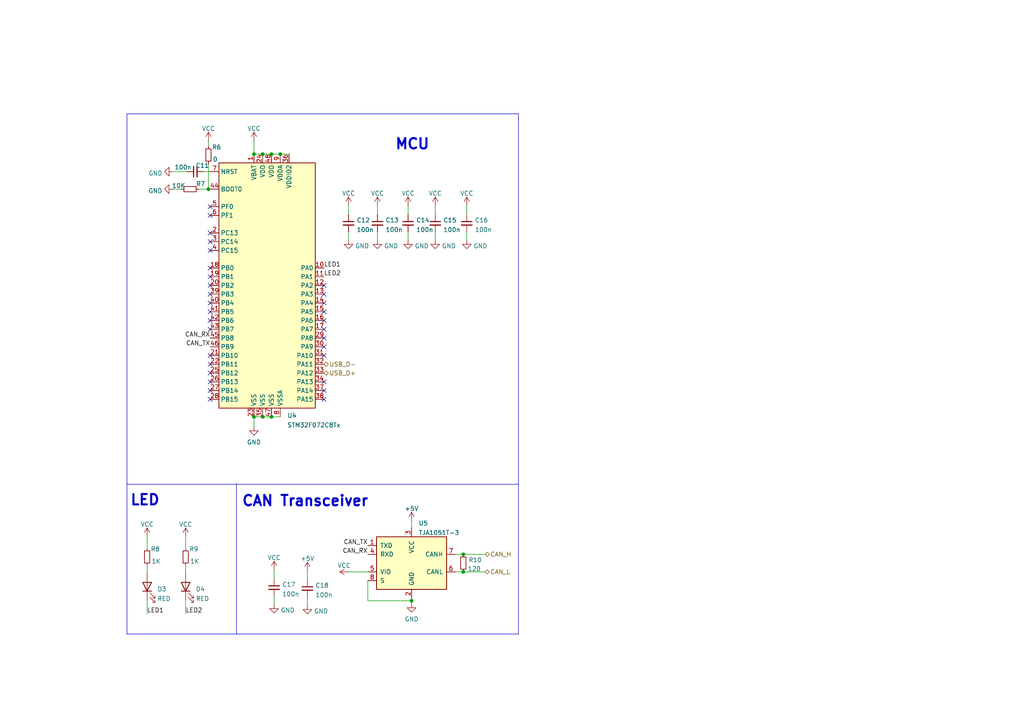
<source format=kicad_sch>
(kicad_sch (version 20230121) (generator eeschema)
  (paper "A4")
  (lib_symbols
    (symbol "Device:C_Small" (pin_numbers hide) (pin_names (offset 0.254) hide)
      (property "Reference" "C" (at 0.254 1.778 0))
      (property "Value" "C_Small" (at 0.254 -2.032 0))
      (symbol "C_Small_0_1"
        (polyline (pts (xy -1.524 -0.508) (xy 1.524 -0.508)) (stroke (width 0.3302)))
        (polyline (pts (xy -1.524 0.508) (xy 1.524 0.508)) (stroke (width 0.3048)))
      )
      (symbol "C_Small_1_1"
        (pin passive line (at 0 2.54 270) (length 2.032) (name "~") (number "1"))
        (pin passive line (at 0 -2.54 90) (length 2.032) (name "~") (number "2"))
      )
    )
    (symbol "Device:LED" (pin_numbers hide) (pin_names (offset 1.016) hide)
      (property "Reference" "D" (at 0 2.54 0))
      (property "Value" "LED" (at 0 -2.54 0))
      (symbol "LED_0_1"
        (polyline (pts (xy -1.27 -1.27) (xy -1.27 1.27)) (stroke (width 0.254)))
        (polyline (pts (xy -1.27 0) (xy 1.27 0)))
        (polyline (pts (xy 1.27 -1.27) (xy 1.27 1.27) (xy -1.27 0) (xy 1.27 -1.27)) (stroke (width 0.254)))
        (polyline (pts (xy -3.048 -0.762) (xy -4.572 -2.286) (xy -3.81 -2.286) (xy -4.572 -2.286) (xy -4.572 -1.524)))
        (polyline (pts (xy -1.778 -0.762) (xy -3.302 -2.286) (xy -2.54 -2.286) (xy -3.302 -2.286) (xy -3.302 -1.524)))
      )
      (symbol "LED_1_1"
        (pin passive line (at -3.81 0 0) (length 2.54) (name "K") (number "1"))
        (pin passive line (at 3.81 0 180) (length 2.54) (name "A") (number "2"))
      )
    )
    (symbol "Device:R_Small" (pin_numbers hide) (pin_names (offset 0.254) hide)
      (property "Reference" "R" (at 0.762 0.508 0))
      (property "Value" "R_Small" (at 0.762 -1.016 0))
      (symbol "R_Small_0_1"
        (rectangle (start -0.762 1.778) (end 0.762 -1.778) (stroke (width 0.2032)))
      )
      (symbol "R_Small_1_1"
        (pin passive line (at 0 2.54 270) (length 0.762) (name "~") (number "1"))
        (pin passive line (at 0 -2.54 90) (length 0.762) (name "~") (number "2"))
      )
    )
    (symbol "Interface_CAN_LIN:TJA1051T-3" (pin_names (offset 1.016))
      (property "Reference" "U" (at -10.16 8.89 0))
      (property "Value" "TJA1051T-3" (at 1.27 8.89 0))
      (symbol "TJA1051T-3_0_1"
        (rectangle (start -10.16 7.62) (end 10.16 -7.62) (stroke (width 0.254)) (fill (type background)))
      )
      (symbol "TJA1051T-3_1_1"
        (pin input line (at -12.7 5.08 0) (length 2.54) (name "TXD") (number "1"))
        (pin power_in line (at 0 -10.16 90) (length 2.54) (name "GND") (number "2"))
        (pin power_in line (at 0 10.16 270) (length 2.54) (name "VCC") (number "3"))
        (pin output line (at -12.7 2.54 0) (length 2.54) (name "RXD") (number "4"))
        (pin power_in line (at -12.7 -2.54 0) (length 2.54) (name "VIO") (number "5"))
        (pin bidirectional line (at 12.7 -2.54 180) (length 2.54) (name "CANL") (number "6"))
        (pin bidirectional line (at 12.7 2.54 180) (length 2.54) (name "CANH") (number "7"))
        (pin input line (at -12.7 -5.08 0) (length 2.54) (name "S") (number "8"))
      )
    )
    (symbol "MCU_ST_STM32F0:STM32F072C8Tx"
      (property "Reference" "U" (at -15.24 36.83 0))
      (property "Value" "STM32F072C8Tx" (at 7.62 36.83 0))
      (symbol "STM32F072C8Tx_0_1"
        (rectangle (start -15.24 -35.56) (end 12.7 35.56) (stroke (width 0.254)) (fill (type background)))
      )
      (symbol "STM32F072C8Tx_1_1"
        (pin power_in line (at -5.08 38.1 270) (length 2.54) (name "VBAT") (number "1"))
        (pin bidirectional line (at 15.24 5.08 180) (length 2.54) (name "PA0") (number "10"))
        (pin bidirectional line (at 15.24 2.54 180) (length 2.54) (name "PA1") (number "11"))
        (pin bidirectional line (at 15.24 0 180) (length 2.54) (name "PA2") (number "12"))
        (pin bidirectional line (at 15.24 -2.54 180) (length 2.54) (name "PA3") (number "13"))
        (pin bidirectional line (at 15.24 -5.08 180) (length 2.54) (name "PA4") (number "14"))
        (pin bidirectional line (at 15.24 -7.62 180) (length 2.54) (name "PA5") (number "15"))
        (pin bidirectional line (at 15.24 -10.16 180) (length 2.54) (name "PA6") (number "16"))
        (pin bidirectional line (at 15.24 -12.7 180) (length 2.54) (name "PA7") (number "17"))
        (pin bidirectional line (at -17.78 5.08 0) (length 2.54) (name "PB0") (number "18"))
        (pin bidirectional line (at -17.78 2.54 0) (length 2.54) (name "PB1") (number "19"))
        (pin bidirectional line (at -17.78 15.24 0) (length 2.54) (name "PC13") (number "2"))
        (pin bidirectional line (at -17.78 0 0) (length 2.54) (name "PB2") (number "20"))
        (pin bidirectional line (at -17.78 -20.32 0) (length 2.54) (name "PB10") (number "21"))
        (pin bidirectional line (at -17.78 -22.86 0) (length 2.54) (name "PB11") (number "22"))
        (pin power_in line (at -5.08 -38.1 90) (length 2.54) (name "VSS") (number "23"))
        (pin power_in line (at -2.54 38.1 270) (length 2.54) (name "VDD") (number "24"))
        (pin bidirectional line (at -17.78 -25.4 0) (length 2.54) (name "PB12") (number "25"))
        (pin bidirectional line (at -17.78 -27.94 0) (length 2.54) (name "PB13") (number "26"))
        (pin bidirectional line (at -17.78 -30.48 0) (length 2.54) (name "PB14") (number "27"))
        (pin bidirectional line (at -17.78 -33.02 0) (length 2.54) (name "PB15") (number "28"))
        (pin bidirectional line (at 15.24 -15.24 180) (length 2.54) (name "PA8") (number "29"))
        (pin bidirectional line (at -17.78 12.7 0) (length 2.54) (name "PC14") (number "3"))
        (pin bidirectional line (at 15.24 -17.78 180) (length 2.54) (name "PA9") (number "30"))
        (pin bidirectional line (at 15.24 -20.32 180) (length 2.54) (name "PA10") (number "31"))
        (pin bidirectional line (at 15.24 -22.86 180) (length 2.54) (name "PA11") (number "32"))
        (pin bidirectional line (at 15.24 -25.4 180) (length 2.54) (name "PA12") (number "33"))
        (pin bidirectional line (at 15.24 -27.94 180) (length 2.54) (name "PA13") (number "34"))
        (pin power_in line (at -2.54 -38.1 90) (length 2.54) (name "VSS") (number "35"))
        (pin power_in line (at 5.08 38.1 270) (length 2.54) (name "VDDIO2") (number "36"))
        (pin bidirectional line (at 15.24 -30.48 180) (length 2.54) (name "PA14") (number "37"))
        (pin bidirectional line (at 15.24 -33.02 180) (length 2.54) (name "PA15") (number "38"))
        (pin bidirectional line (at -17.78 -2.54 0) (length 2.54) (name "PB3") (number "39"))
        (pin bidirectional line (at -17.78 10.16 0) (length 2.54) (name "PC15") (number "4"))
        (pin bidirectional line (at -17.78 -5.08 0) (length 2.54) (name "PB4") (number "40"))
        (pin bidirectional line (at -17.78 -7.62 0) (length 2.54) (name "PB5") (number "41"))
        (pin bidirectional line (at -17.78 -10.16 0) (length 2.54) (name "PB6") (number "42"))
        (pin bidirectional line (at -17.78 -12.7 0) (length 2.54) (name "PB7") (number "43"))
        (pin input line (at -17.78 27.94 0) (length 2.54) (name "BOOT0") (number "44"))
        (pin bidirectional line (at -17.78 -15.24 0) (length 2.54) (name "PB8") (number "45"))
        (pin bidirectional line (at -17.78 -17.78 0) (length 2.54) (name "PB9") (number "46"))
        (pin power_in line (at 0 -38.1 90) (length 2.54) (name "VSS") (number "47"))
        (pin power_in line (at 0 38.1 270) (length 2.54) (name "VDD") (number "48"))
        (pin input line (at -17.78 22.86 0) (length 2.54) (name "PF0") (number "5"))
        (pin input line (at -17.78 20.32 0) (length 2.54) (name "PF1") (number "6"))
        (pin input line (at -17.78 33.02 0) (length 2.54) (name "NRST") (number "7"))
        (pin power_in line (at 2.54 -38.1 90) (length 2.54) (name "VSSA") (number "8"))
        (pin power_in line (at 2.54 38.1 270) (length 2.54) (name "VDDA") (number "9"))
      )
    )
    (symbol "power:+5V" (power) (pin_names (offset 0))
      (property "Value" "+5V" (at 0 3.556 0))
      (symbol "+5V_0_1"
        (polyline (pts (xy -0.762 1.27) (xy 0 2.54)))
        (polyline (pts (xy 0 0) (xy 0 2.54)))
        (polyline (pts (xy 0 2.54) (xy 0.762 1.27)))
      )
      (symbol "+5V_1_1"
        (pin power_in line (at 0 0 90) (length 0) hide (name "+5V") (number "1"))
      )
    )
    (symbol "power:GND" (power) (pin_names (offset 0))
      (property "Value" "GND" (at 0 -3.81 0))
      (symbol "GND_0_1"
        (polyline (pts (xy 0 0) (xy 0 -1.27) (xy 1.27 -1.27) (xy 0 -2.54) (xy -1.27 -1.27) (xy 0 -1.27)))
      )
      (symbol "GND_1_1"
        (pin power_in line (at 0 0 270) (length 0) hide (name "GND") (number "1"))
      )
    )
    (symbol "power:VCC" (power) (pin_names (offset 0))
      (property "Value" "VCC" (at 0 3.81 0))
      (symbol "VCC_0_1"
        (polyline (pts (xy -0.762 1.27) (xy 0 2.54)))
        (polyline (pts (xy 0 0) (xy 0 2.54)))
        (polyline (pts (xy 0 2.54) (xy 0.762 1.27)))
      )
      (symbol "VCC_1_1"
        (pin power_in line (at 0 0 90) (length 0) hide (name "VCC") (number "1"))
      )
    )
  )
  (junction (at 73.66 120.904))
  (junction (at 81.28 44.704))
  (junction (at 78.74 120.904))
  (junction (at 76.2 44.704))
  (junction (at 73.66 44.704))
  (junction (at 134.366 160.782))
  (junction (at 119.38 174.244))
  (junction (at 134.366 165.862))
  (junction (at 60.452 54.864))
  (junction (at 78.74 44.704))
  (junction (at 76.2 120.904))
  (no_connect (at 93.98 92.964))
  (no_connect (at 60.96 80.264))
  (no_connect (at 60.96 82.804))
  (no_connect (at 93.98 87.884))
  (no_connect (at 93.98 85.344))
  (no_connect (at 60.96 95.504))
  (no_connect (at 93.98 103.124))
  (no_connect (at 60.96 67.564))
  (no_connect (at 60.96 108.204))
  (no_connect (at 60.96 113.284))
  (no_connect (at 60.96 103.124))
  (no_connect (at 93.98 82.804))
  (no_connect (at 93.98 100.584))
  (no_connect (at 93.98 115.824))
  (no_connect (at 60.96 115.824))
  (no_connect (at 60.96 87.884))
  (no_connect (at 93.98 98.044))
  (no_connect (at 60.96 90.424))
  (no_connect (at 60.96 62.484))
  (no_connect (at 93.98 95.504))
  (no_connect (at 60.96 59.944))
  (no_connect (at 60.96 105.664))
  (no_connect (at 60.96 92.964))
  (no_connect (at 93.98 110.744))
  (no_connect (at 93.98 113.284))
  (no_connect (at 60.96 110.744))
  (no_connect (at 60.96 70.104))
  (no_connect (at 60.96 85.344))
  (no_connect (at 60.96 77.724))
  (no_connect (at 60.96 72.644))
  (no_connect (at 93.98 90.424))
  (wire (pts (xy 126.238 67.31) (xy 126.238 69.596)))
  (wire (pts (xy 76.2 44.704) (xy 78.74 44.704)))
  (wire (pts (xy 118.364 67.31) (xy 118.364 69.596)))
  (wire (pts (xy 109.474 59.69) (xy 109.474 62.23)))
  (polyline (pts (xy 150.368 183.896) (xy 150.368 140.462)))
  (wire (pts (xy 79.502 165.354) (xy 79.502 167.894)))
  (wire (pts (xy 53.848 173.99) (xy 53.848 178.054)))
  (wire (pts (xy 50.292 49.784) (xy 54.102 49.784)))
  (wire (pts (xy 119.38 173.482) (xy 119.38 174.244)))
  (wire (pts (xy 119.38 174.244) (xy 119.38 175.006)))
  (wire (pts (xy 135.382 59.69) (xy 135.382 62.23)))
  (wire (pts (xy 119.38 151.13) (xy 119.38 153.162)))
  (wire (pts (xy 42.672 155.702) (xy 42.672 159.004)))
  (wire (pts (xy 60.452 40.894) (xy 60.452 42.418)))
  (wire (pts (xy 132.08 165.862) (xy 134.366 165.862)))
  (wire (pts (xy 89.154 165.608) (xy 89.154 168.148)))
  (wire (pts (xy 50.292 54.864) (xy 52.578 54.864)))
  (wire (pts (xy 42.672 173.99) (xy 42.672 178.054)))
  (wire (pts (xy 78.74 120.904) (xy 81.28 120.904)))
  (wire (pts (xy 134.366 165.862) (xy 140.716 165.862)))
  (wire (pts (xy 134.366 160.782) (xy 140.716 160.782)))
  (wire (pts (xy 42.672 164.084) (xy 42.672 166.37)))
  (wire (pts (xy 53.848 164.084) (xy 53.848 166.37)))
  (wire (pts (xy 106.68 168.402) (xy 106.68 174.244)))
  (wire (pts (xy 135.382 67.31) (xy 135.382 69.596)))
  (wire (pts (xy 101.092 67.31) (xy 101.092 69.596)))
  (wire (pts (xy 89.154 173.228) (xy 89.154 175.514)))
  (wire (pts (xy 57.658 54.864) (xy 60.452 54.864)))
  (wire (pts (xy 101.092 165.862) (xy 106.68 165.862)))
  (wire (pts (xy 60.452 47.498) (xy 60.452 54.864)))
  (polyline (pts (xy 36.83 33.02) (xy 36.83 140.462)))
  (wire (pts (xy 109.474 67.31) (xy 109.474 69.596)))
  (polyline (pts (xy 68.58 140.208) (xy 68.58 183.896)))
  (wire (pts (xy 59.182 49.784) (xy 60.96 49.784)))
  (wire (pts (xy 79.502 172.974) (xy 79.502 175.26)))
  (wire (pts (xy 81.28 44.704) (xy 83.82 44.704)))
  (polyline (pts (xy 36.83 140.462) (xy 150.368 140.462)))
  (wire (pts (xy 73.66 120.904) (xy 76.2 120.904)))
  (polyline (pts (xy 36.83 33.02) (xy 150.368 33.02)))
  (wire (pts (xy 73.66 44.704) (xy 76.2 44.704)))
  (wire (pts (xy 106.68 174.244) (xy 119.38 174.244)))
  (polyline (pts (xy 150.368 140.462) (xy 150.368 33.02)))
  (wire (pts (xy 118.364 59.69) (xy 118.364 62.23)))
  (wire (pts (xy 73.66 40.894) (xy 73.66 44.704)))
  (wire (pts (xy 132.08 160.782) (xy 134.366 160.782)))
  (polyline (pts (xy 36.83 183.896) (xy 150.368 183.896)))
  (wire (pts (xy 126.238 59.69) (xy 126.238 62.23)))
  (wire (pts (xy 53.848 155.702) (xy 53.848 159.004)))
  (wire (pts (xy 101.092 59.69) (xy 101.092 62.23)))
  (wire (pts (xy 60.452 54.864) (xy 60.96 54.864)))
  (polyline (pts (xy 36.83 140.462) (xy 36.83 183.896)))
  (wire (pts (xy 76.2 120.904) (xy 78.74 120.904)))
  (wire (pts (xy 73.66 120.904) (xy 73.66 123.698)))
  (wire (pts (xy 78.74 44.704) (xy 81.28 44.704)))
  (text "LED" (at 37.592 146.939 0) (effects (font (size 3 3) (thickness 0.6) bold) (justify left bottom)))
  (text "MCU" (at 114.427 43.688 0) (effects (font (size 3 3) (thickness 0.6) bold) (justify left bottom)))
  (text "CAN Transceiver" (at 69.977 147.193 0) (effects (font (size 3 3) (thickness 0.6) bold) (justify left bottom)))
  (label "CAN_TX" (at 60.96 100.584 180))
  (label "CAN_TX" (at 106.68 158.242 180))
  (label "LED1" (at 42.672 178.054 0))
  (label "LED2" (at 93.98 80.264 0))
  (label "LED1" (at 93.98 77.724 0))
  (label "CAN_RX" (at 60.96 98.044 180))
  (label "LED2" (at 53.848 178.054 0))
  (label "CAN_RX" (at 106.68 160.782 180))
  (hierarchical_label "CAN_L" (shape bidirectional) (at 140.716 165.862 0))
  (hierarchical_label "USB_D+" (shape bidirectional) (at 93.98 108.204 0))
  (hierarchical_label "CAN_H" (shape bidirectional) (at 140.716 160.782 0))
  (hierarchical_label "USB_D-" (shape bidirectional) (at 93.98 105.664 0))
  (symbol (lib_id "power:VCC") (at 101.092 59.69 0) (unit 1)
    (property "Reference" "#PWR045" (effects hide))
    (property "Value" "VCC" (at 101.092 56.0855 0))
  )
  (symbol (lib_id "power:GND") (at 50.292 49.784 270) (unit 1)
    (property "Reference" "#PWR043" (effects hide))
    (property "Value" "GND" (at 47.1171 50.263 90) (effects (justify right)))
  )
  (symbol (lib_id "Device:C_Small") (at 79.502 170.434 0) (unit 1)
    (property "Reference" "C17" (at 81.8261 169.5318 0) (effects (justify left)))
    (property "Value" "100n" (at 81.8261 172.3069 0) (effects (justify left)))
    (property "Footprint" "Capacitor_SMD:C_0603_1608Metric" (effects hide))
  )
  (symbol (lib_id "power:GND") (at 126.238 69.596 0) (unit 1)
    (property "Reference" "#PWR053" (effects hide))
    (property "Value" "GND" (at 128.143 71.345 0) (effects (justify left)))
  )
  (symbol (lib_id "power:VCC") (at 109.474 59.69 0) (unit 1)
    (property "Reference" "#PWR046" (effects hide))
    (property "Value" "VCC" (at 109.474 56.0855 0))
  )
  (symbol (lib_id "power:VCC") (at 60.452 40.894 0) (unit 1)
    (property "Reference" "#PWR041" (effects hide))
    (property "Value" "VCC" (at 60.452 37.2895 0))
  )
  (symbol (lib_id "Device:C_Small") (at 109.474 64.77 0) (unit 1)
    (property "Reference" "C13" (at 111.7981 63.8678 0) (effects (justify left)))
    (property "Value" "100n" (at 111.7981 66.6429 0) (effects (justify left)))
    (property "Footprint" "Capacitor_SMD:C_0603_1608Metric" (effects hide))
  )
  (symbol (lib_id "Device:C_Small") (at 56.642 49.784 90) (unit 1)
    (property "Reference" "C11" (at 58.674 48.006 90))
    (property "Value" "100n" (at 53.086 48.514 90))
    (property "Footprint" "Capacitor_SMD:C_0603_1608Metric" (effects hide))
  )
  (symbol (lib_id "MCU_ST_STM32F0:STM32F072C8Tx") (at 78.74 82.804 0) (unit 1)
    (property "Reference" "U4" (at 83.2994 120.5135 0) (effects (justify left)))
    (property "Value" "STM32F072C8Tx" (at 83.2994 123.2886 0) (effects (justify left)))
    (property "Footprint" "Package_QFP:LQFP-48_7x7mm_P0.5mm" (effects hide))
    (property "Datasheet" "http://www.st.com/st-web-ui/static/active/en/resource/technical/document/datasheet/DM00090510.pdf" (effects hide))
  )
  (symbol (lib_id "power:VCC") (at 73.66 40.894 0) (unit 1)
    (property "Reference" "#PWR042" (effects hide))
    (property "Value" "VCC" (at 73.66 37.2895 0))
  )
  (symbol (lib_id "power:+5V") (at 119.38 151.13 0) (unit 1)
    (property "Reference" "#PWR056" (effects hide))
    (property "Value" "+5V" (at 119.38 147.5255 0))
  )
  (symbol (lib_id "Device:C_Small") (at 101.092 64.77 0) (unit 1)
    (property "Reference" "C12" (at 103.4161 63.8678 0) (effects (justify left)))
    (property "Value" "100n" (at 103.4161 66.6429 0) (effects (justify left)))
    (property "Footprint" "Capacitor_SMD:C_0603_1608Metric" (effects hide))
  )
  (symbol (lib_id "power:GND") (at 50.292 54.864 270) (unit 1)
    (property "Reference" "#PWR044" (effects hide))
    (property "Value" "GND" (at 47.1171 55.343 90) (effects (justify right)))
  )
  (symbol (lib_id "Device:LED") (at 42.672 170.18 90) (unit 1)
    (property "Reference" "D3" (at 45.593 170.859 90) (effects (justify right)))
    (property "Value" "RED" (at 45.593 173.6341 90) (effects (justify right)))
    (property "Footprint" "LED_SMD:LED_0603_1608Metric" (effects hide))
  )
  (symbol (lib_id "power:VCC") (at 101.092 165.862 90) (mirror x) (unit 1)
    (property "Reference" "#PWR061" (effects hide))
    (property "Value" "VCC" (at 99.822 164.0355 90))
  )
  (symbol (lib_id "Device:C_Small") (at 135.382 64.77 0) (unit 1)
    (property "Reference" "C16" (at 137.7061 63.8678 0) (effects (justify left)))
    (property "Value" "100n" (at 137.7061 66.6429 0) (effects (justify left)))
    (property "Footprint" "Capacitor_SMD:C_0603_1608Metric" (effects hide))
  )
  (symbol (lib_id "Device:R_Small") (at 134.366 163.322 0) (unit 1)
    (property "Reference" "R10" (at 135.8646 162.4135 0) (effects (justify left)))
    (property "Value" "120" (at 135.636 164.973 0) (effects (justify left)))
    (property "Footprint" "Resistor_SMD:R_0603_1608Metric" (effects hide))
  )
  (symbol (lib_id "power:GND") (at 89.154 175.514 0) (unit 1)
    (property "Reference" "#PWR064" (effects hide))
    (property "Value" "GND" (at 91.059 177.263 0) (effects (justify left)))
  )
  (symbol (lib_id "power:GND") (at 119.38 175.006 0) (unit 1)
    (property "Reference" "#PWR062" (effects hide))
    (property "Value" "GND" (at 119.38 179.5685 0))
  )
  (symbol (lib_id "power:GND") (at 109.474 69.596 0) (unit 1)
    (property "Reference" "#PWR051" (effects hide))
    (property "Value" "GND" (at 111.379 71.345 0) (effects (justify left)))
  )
  (symbol (lib_id "Device:R_Small") (at 55.118 54.864 90) (unit 1)
    (property "Reference" "R7" (at 58.166 53.34 90))
    (property "Value" "10K" (at 51.816 53.848 90))
    (property "Footprint" "Resistor_SMD:R_0603_1608Metric" (effects hide))
  )
  (symbol (lib_id "Interface_CAN_LIN:TJA1051T-3") (at 119.38 163.322 0) (unit 1)
    (property "Reference" "U5" (at 121.3994 151.7355 0) (effects (justify left)))
    (property "Value" "TJA1051T-3" (at 121.3994 154.5106 0) (effects (justify left)))
    (property "Footprint" "Package_SO:SOIC-8_3.9x4.9mm_P1.27mm" (effects hide))
    (property "Datasheet" "http://www.nxp.com/documents/data_sheet/TJA1051.pdf" (effects hide))
  )
  (symbol (lib_id "Device:C_Small") (at 118.364 64.77 0) (unit 1)
    (property "Reference" "C14" (at 120.6881 63.8678 0) (effects (justify left)))
    (property "Value" "100n" (at 120.6881 66.6429 0) (effects (justify left)))
    (property "Footprint" "Capacitor_SMD:C_0603_1608Metric" (effects hide))
  )
  (symbol (lib_id "Device:C_Small") (at 126.238 64.77 0) (unit 1)
    (property "Reference" "C15" (at 128.5621 63.8678 0) (effects (justify left)))
    (property "Value" "100n" (at 128.5621 66.6429 0) (effects (justify left)))
    (property "Footprint" "Capacitor_SMD:C_0603_1608Metric" (effects hide))
  )
  (symbol (lib_id "power:VCC") (at 79.502 165.354 0) (unit 1)
    (property "Reference" "#PWR059" (effects hide))
    (property "Value" "VCC" (at 79.502 161.7495 0))
  )
  (symbol (lib_id "Device:LED") (at 53.848 170.18 90) (unit 1)
    (property "Reference" "D4" (at 56.769 170.859 90) (effects (justify right)))
    (property "Value" "RED" (at 56.769 173.6341 90) (effects (justify right)))
    (property "Footprint" "LED_SMD:LED_0603_1608Metric" (effects hide))
  )
  (symbol (lib_id "power:GND") (at 135.382 69.596 0) (unit 1)
    (property "Reference" "#PWR054" (effects hide))
    (property "Value" "GND" (at 137.287 71.345 0) (effects (justify left)))
  )
  (symbol (lib_id "Device:C_Small") (at 89.154 170.688 0) (unit 1)
    (property "Reference" "C18" (at 91.4781 169.7858 0) (effects (justify left)))
    (property "Value" "100n" (at 91.4781 172.5609 0) (effects (justify left)))
    (property "Footprint" "Capacitor_SMD:C_0603_1608Metric" (effects hide))
  )
  (symbol (lib_id "power:VCC") (at 53.848 155.702 0) (unit 1)
    (property "Reference" "#PWR058" (effects hide))
    (property "Value" "VCC" (at 53.848 152.0975 0))
  )
  (symbol (lib_id "power:VCC") (at 118.364 59.69 0) (unit 1)
    (property "Reference" "#PWR047" (effects hide))
    (property "Value" "VCC" (at 118.364 56.0855 0))
  )
  (symbol (lib_id "power:GND") (at 73.66 123.698 0) (unit 1)
    (property "Reference" "#PWR055" (effects hide))
    (property "Value" "GND" (at 73.66 128.2605 0))
  )
  (symbol (lib_id "power:GND") (at 79.502 175.26 0) (unit 1)
    (property "Reference" "#PWR063" (effects hide))
    (property "Value" "GND" (at 81.407 177.009 0) (effects (justify left)))
  )
  (symbol (lib_id "Device:R_Small") (at 42.672 161.544 180) (unit 1)
    (property "Reference" "R8" (at 43.688 159.258 0) (effects (justify right)))
    (property "Value" "1K" (at 43.942 162.814 0) (effects (justify right)))
    (property "Footprint" "Resistor_SMD:R_0603_1608Metric" (effects hide))
  )
  (symbol (lib_id "power:VCC") (at 126.238 59.69 0) (unit 1)
    (property "Reference" "#PWR048" (effects hide))
    (property "Value" "VCC" (at 126.238 56.0855 0))
  )
  (symbol (lib_id "power:GND") (at 101.092 69.596 0) (unit 1)
    (property "Reference" "#PWR050" (effects hide))
    (property "Value" "GND" (at 102.997 71.345 0) (effects (justify left)))
  )
  (symbol (lib_id "power:GND") (at 118.364 69.596 0) (unit 1)
    (property "Reference" "#PWR052" (effects hide))
    (property "Value" "GND" (at 120.269 71.345 0) (effects (justify left)))
  )
  (symbol (lib_id "Device:R_Small") (at 60.452 44.958 180) (unit 1)
    (property "Reference" "R6" (at 61.468 42.672 0) (effects (justify right)))
    (property "Value" "0" (at 61.722 46.228 0) (effects (justify right)))
    (property "Footprint" "Resistor_SMD:R_0603_1608Metric" (effects hide))
  )
  (symbol (lib_id "Device:R_Small") (at 53.848 161.544 180) (unit 1)
    (property "Reference" "R9" (at 54.864 159.258 0) (effects (justify right)))
    (property "Value" "1K" (at 55.118 162.814 0) (effects (justify right)))
    (property "Footprint" "Resistor_SMD:R_0603_1608Metric" (effects hide))
  )
  (symbol (lib_id "power:VCC") (at 135.382 59.69 0) (unit 1)
    (property "Reference" "#PWR049" (effects hide))
    (property "Value" "VCC" (at 135.382 56.0855 0))
  )
  (symbol (lib_id "power:VCC") (at 42.672 155.702 0) (unit 1)
    (property "Reference" "#PWR057" (effects hide))
    (property "Value" "VCC" (at 42.672 152.0975 0))
  )
  (symbol (lib_id "power:+5V") (at 89.154 165.608 0) (unit 1)
    (property "Reference" "#PWR060" (effects hide))
    (property "Value" "+5V" (at 89.154 162.0035 0))
  )
)
</source>
